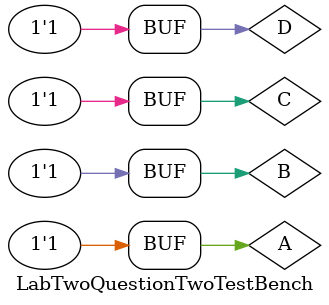
<source format=v>
`timescale 1ns / 1ps


module LabTwoQuestionTwoTestBench(

    );
    LabTwoQuestionTwoDesignSource dut(A,B,C,D,F);
    reg A;
    reg B;
    reg C;
    reg D;
    wire F;
    initial begin
    A=0;
    B=0;
    C=0;
    D=0;
    #10;
    A=0;
    B=0;
    C=0;
    D=1;
    #10;
    A=0;
    B=0;
    C=1;
    D=0;
    #10;
    A=0;
    B=0;
    C=1;
    D=1;
    #10;
    A=0;
    B=1;
    C=0;
    D=0;
    #10;
    A=0;
    B=1;
    C=0;
    D=1;
    #10;
    A=0;
    B=1;
    C=1;
    D=0;
    #10;
    A=0;
    B=1;
    C=1;
    D=1;
    #10;
    A=1;
    B=0;
    C=0;
    D=0;
    #10;
    A=1;
    B=0;
    C=0;
    D=1;
    #10;
    A=1;
    B=0;
    C=1;
    D=0;
    #10;
    A=1;
    B=0;
    C=1;
    D=1;
    #10;
    A=1;
    B=1;
    C=0;
    D=0;
    #10;
    A=1;
    B=1;
    C=0;
    D=1;
    #10;
    A=1;
    B=1;
    C=1;
    D=0;
    #10;
    A=1;
    B=1;
    C=1;
    D=1;
    end
    
endmodule

</source>
